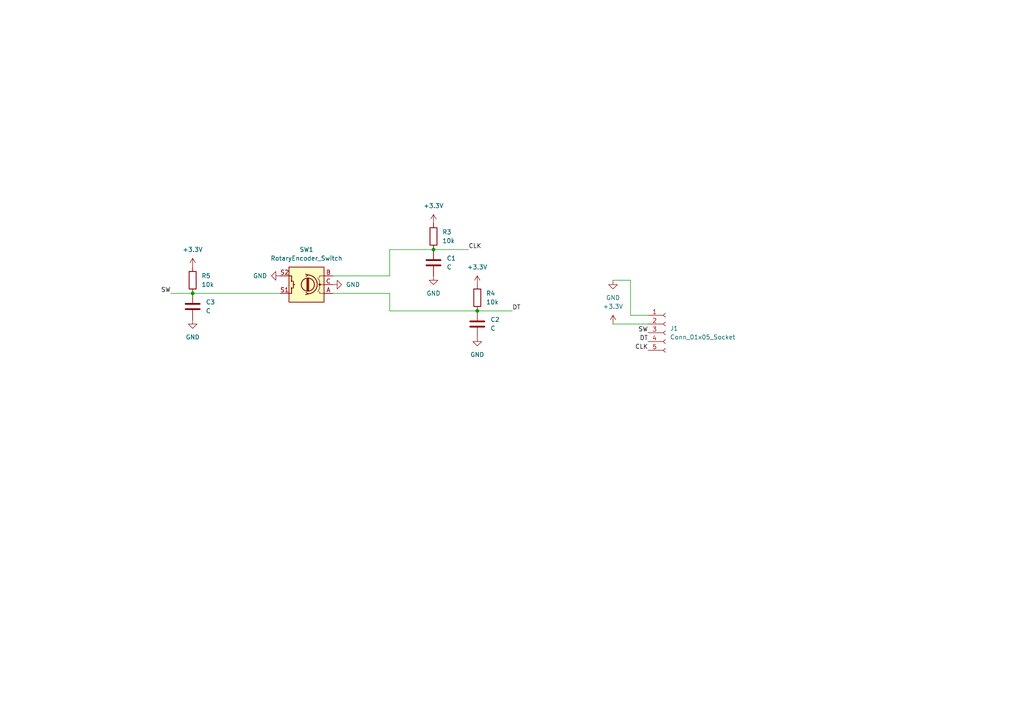
<source format=kicad_sch>
(kicad_sch (version 20230121) (generator eeschema)
  (paper "A4")
  (lib_symbols
    (symbol "Connector:Conn_01x05_Socket" (pin_names (offset 1.016) hide)
      (property "Reference" "J" (at 0 7.62 0))
      (property "Value" "Conn_01x05_Socket" (at 0 -7.62 0))
      (symbol "Conn_01x05_Socket_1_1"
        (arc (start 0 -4.572) (mid -0.5058 -5.08) (end 0 -5.588) (stroke (width 0.1524)))
        (arc (start 0 -2.032) (mid -0.5058 -2.54) (end 0 -3.048) (stroke (width 0.1524)))
        (polyline (pts (xy -1.27 -5.08) (xy -0.508 -5.08)) (stroke (width 0.1524)))
        (polyline (pts (xy -1.27 -2.54) (xy -0.508 -2.54)) (stroke (width 0.1524)))
        (polyline (pts (xy -1.27 0) (xy -0.508 0)) (stroke (width 0.1524)))
        (polyline (pts (xy -1.27 2.54) (xy -0.508 2.54)) (stroke (width 0.1524)))
        (polyline (pts (xy -1.27 5.08) (xy -0.508 5.08)) (stroke (width 0.1524)))
        (arc (start 0 0.508) (mid -0.5058 0) (end 0 -0.508) (stroke (width 0.1524)))
        (arc (start 0 3.048) (mid -0.5058 2.54) (end 0 2.032) (stroke (width 0.1524)))
        (arc (start 0 5.588) (mid -0.5058 5.08) (end 0 4.572) (stroke (width 0.1524)))
        (pin passive line (at -5.08 5.08 0) (length 3.81) (name "Pin_1") (number "1"))
        (pin passive line (at -5.08 2.54 0) (length 3.81) (name "Pin_2") (number "2"))
        (pin passive line (at -5.08 0 0) (length 3.81) (name "Pin_3") (number "3"))
        (pin passive line (at -5.08 -2.54 0) (length 3.81) (name "Pin_4") (number "4"))
        (pin passive line (at -5.08 -5.08 0) (length 3.81) (name "Pin_5") (number "5"))
      )
    )
    (symbol "Device:C" (pin_numbers hide) (pin_names (offset 0.254))
      (property "Reference" "C" (at 0.635 2.54 0))
      (property "Value" "C" (at 0.635 -2.54 0))
      (symbol "C_0_1"
        (polyline (pts (xy -2.032 -0.762) (xy 2.032 -0.762)) (stroke (width 0.508)))
        (polyline (pts (xy -2.032 0.762) (xy 2.032 0.762)) (stroke (width 0.508)))
      )
      (symbol "C_1_1"
        (pin passive line (at 0 3.81 270) (length 2.794) (name "~") (number "1"))
        (pin passive line (at 0 -3.81 90) (length 2.794) (name "~") (number "2"))
      )
    )
    (symbol "Device:R" (pin_numbers hide) (pin_names (offset 0))
      (property "Reference" "R" (at 2.032 0 90))
      (property "Value" "R" (at 0 0 90))
      (symbol "R_0_1"
        (rectangle (start -1.016 -2.54) (end 1.016 2.54) (stroke (width 0.254)))
      )
      (symbol "R_1_1"
        (pin passive line (at 0 3.81 270) (length 1.27) (name "~") (number "1"))
        (pin passive line (at 0 -3.81 90) (length 1.27) (name "~") (number "2"))
      )
    )
    (symbol "Device:RotaryEncoder_Switch" (pin_names (offset 0.254) hide)
      (property "Reference" "SW" (at 0 6.604 0))
      (property "Value" "RotaryEncoder_Switch" (at 0 -6.604 0))
      (symbol "RotaryEncoder_Switch_0_1"
        (rectangle (start -5.08 5.08) (end 5.08 -5.08) (stroke (width 0.254)) (fill (type background)))
        (circle (center -3.81 0) (radius 0.254) (fill (type outline)))
        (circle (center -0.381 0) (radius 1.905) (stroke (width 0.254)))
        (arc (start -0.381 2.667) (mid -3.0988 -0.0635) (end -0.381 -2.794) (stroke (width 0.254)))
        (polyline (pts (xy -0.635 -1.778) (xy -0.635 1.778)) (stroke (width 0.254)))
        (polyline (pts (xy -0.381 -1.778) (xy -0.381 1.778)) (stroke (width 0.254)))
        (polyline (pts (xy -0.127 1.778) (xy -0.127 -1.778)) (stroke (width 0.254)))
        (polyline (pts (xy 3.81 0) (xy 3.429 0)) (stroke (width 0.254)))
        (polyline (pts (xy 3.81 1.016) (xy 3.81 -1.016)) (stroke (width 0.254)))
        (polyline (pts (xy -5.08 -2.54) (xy -3.81 -2.54) (xy -3.81 -2.032)))
        (polyline (pts (xy -5.08 2.54) (xy -3.81 2.54) (xy -3.81 2.032)))
        (polyline (pts (xy 0.254 -3.048) (xy -0.508 -2.794) (xy 0.127 -2.413)) (stroke (width 0.254)))
        (polyline (pts (xy 0.254 2.921) (xy -0.508 2.667) (xy 0.127 2.286)) (stroke (width 0.254)))
        (polyline (pts (xy 5.08 -2.54) (xy 4.318 -2.54) (xy 4.318 -1.016)) (stroke (width 0.254)))
        (polyline (pts (xy 5.08 2.54) (xy 4.318 2.54) (xy 4.318 1.016)) (stroke (width 0.254)))
        (polyline (pts (xy -5.08 0) (xy -3.81 0) (xy -3.81 -1.016) (xy -3.302 -2.032)))
        (polyline (pts (xy -4.318 0) (xy -3.81 0) (xy -3.81 1.016) (xy -3.302 2.032)))
        (circle (center 4.318 -1.016) (radius 0.127) (stroke (width 0.254)))
        (circle (center 4.318 1.016) (radius 0.127) (stroke (width 0.254)))
      )
      (symbol "RotaryEncoder_Switch_1_1"
        (pin passive line (at -7.62 2.54 0) (length 2.54) (name "A") (number "A"))
        (pin passive line (at -7.62 -2.54 0) (length 2.54) (name "B") (number "B"))
        (pin passive line (at -7.62 0 0) (length 2.54) (name "C") (number "C"))
        (pin passive line (at 7.62 2.54 180) (length 2.54) (name "S1") (number "S1"))
        (pin passive line (at 7.62 -2.54 180) (length 2.54) (name "S2") (number "S2"))
      )
    )
    (symbol "power:+3.3V" (power) (pin_names (offset 0))
      (property "Value" "+3.3V" (at 0 3.556 0))
      (symbol "+3.3V_0_1"
        (polyline (pts (xy -0.762 1.27) (xy 0 2.54)))
        (polyline (pts (xy 0 0) (xy 0 2.54)))
        (polyline (pts (xy 0 2.54) (xy 0.762 1.27)))
      )
      (symbol "+3.3V_1_1"
        (pin power_in line (at 0 0 90) (length 0) hide (name "+3.3V") (number "1"))
      )
    )
    (symbol "power:GND" (power) (pin_names (offset 0))
      (property "Value" "GND" (at 0 -3.81 0))
      (symbol "GND_0_1"
        (polyline (pts (xy 0 0) (xy 0 -1.27) (xy 1.27 -1.27) (xy 0 -2.54) (xy -1.27 -1.27) (xy 0 -1.27)))
      )
      (symbol "GND_1_1"
        (pin power_in line (at 0 0 270) (length 0) hide (name "GND") (number "1"))
      )
    )
  )
  (junction (at 125.73 72.39))
  (junction (at 138.43 90.17))
  (junction (at 55.88 85.09))
  (wire (pts (xy 55.88 85.09) (xy 81.28 85.09)))
  (wire (pts (xy 177.8 81.28) (xy 182.88 81.28)))
  (wire (pts (xy 113.03 85.09) (xy 113.03 90.17)))
  (wire (pts (xy 177.8 93.98) (xy 187.96 93.98)))
  (wire (pts (xy 135.89 72.39) (xy 125.73 72.39)))
  (wire (pts (xy 113.03 80.01) (xy 113.03 72.39)))
  (wire (pts (xy 96.52 80.01) (xy 113.03 80.01)))
  (wire (pts (xy 113.03 90.17) (xy 138.43 90.17)))
  (wire (pts (xy 182.88 91.44) (xy 187.96 91.44)))
  (wire (pts (xy 96.52 85.09) (xy 113.03 85.09)))
  (wire (pts (xy 182.88 81.28) (xy 182.88 91.44)))
  (wire (pts (xy 148.59 90.17) (xy 138.43 90.17)))
  (wire (pts (xy 49.53 85.09) (xy 55.88 85.09)))
  (wire (pts (xy 113.03 72.39) (xy 125.73 72.39)))
  (label "DT" (at 187.96 99.06 180))
  (label "CLK" (at 187.96 101.6 180))
  (label "SW" (at 49.53 85.09 180))
  (label "SW" (at 187.96 96.52 180))
  (label "CLK" (at 135.89 72.39 0))
  (label "DT" (at 148.59 90.17 0))
  (symbol (lib_id "power:+3.3V") (at 125.73 64.77 0) (unit 1)
    (property "Reference" "#PWR03" (effects hide))
    (property "Value" "+3.3V" (at 125.73 59.69 0))
  )
  (symbol (lib_id "power:GND") (at 96.52 82.55 90) (unit 1)
    (property "Reference" "#PWR04" (effects hide))
    (property "Value" "GND" (at 100.33 82.55 90) (effects (justify right)))
  )
  (symbol (lib_id "Connector:Conn_01x05_Socket") (at 193.04 96.52 0) (unit 1)
    (property "Reference" "J1" (at 194.31 95.25 0) (effects (justify left)))
    (property "Value" "Conn_01x05_Socket" (at 194.31 97.79 0) (effects (justify left)))
    (property "Footprint" "Connector_JST:JST_XH_S5B-XH-A_1x05_P2.50mm_Horizontal" (effects hide))
  )
  (symbol (lib_id "Device:RotaryEncoder_Switch") (at 88.9 82.55 180) (unit 1)
    (property "Reference" "SW1" (at 88.9 72.39 0))
    (property "Value" "RotaryEncoder_Switch" (at 88.9 74.93 0))
    (property "Footprint" "Rotary_Encoder:RotaryEncoder_Alps_EC11E-Switch_Vertical_H20mm" (effects hide))
  )
  (symbol (lib_id "Device:C") (at 138.43 93.98 0) (unit 1)
    (property "Reference" "C2" (at 142.24 92.71 0) (effects (justify left)))
    (property "Value" "C" (at 142.24 95.25 0) (effects (justify left)))
    (property "Footprint" "Capacitor_SMD:C_0805_2012Metric_Pad1.18x1.45mm_HandSolder" (effects hide))
  )
  (symbol (lib_id "power:GND") (at 125.73 80.01 0) (unit 1)
    (property "Reference" "#PWR05" (effects hide))
    (property "Value" "GND" (at 125.73 85.09 0))
  )
  (symbol (lib_id "Device:C") (at 55.88 88.9 0) (unit 1)
    (property "Reference" "C3" (at 59.69 87.63 0) (effects (justify left)))
    (property "Value" "C" (at 59.69 90.17 0) (effects (justify left)))
    (property "Footprint" "Capacitor_SMD:C_0805_2012Metric_Pad1.18x1.45mm_HandSolder" (effects hide))
  )
  (symbol (lib_id "power:GND") (at 177.8 81.28 0) (unit 1)
    (property "Reference" "#PWR02" (effects hide))
    (property "Value" "GND" (at 177.8 86.36 0))
  )
  (symbol (lib_id "power:+3.3V") (at 138.43 82.55 0) (unit 1)
    (property "Reference" "#PWR06" (effects hide))
    (property "Value" "+3.3V" (at 138.43 77.47 0))
  )
  (symbol (lib_id "Device:C") (at 125.73 76.2 0) (unit 1)
    (property "Reference" "C1" (at 129.54 74.93 0) (effects (justify left)))
    (property "Value" "C" (at 129.54 77.47 0) (effects (justify left)))
    (property "Footprint" "Capacitor_SMD:C_0805_2012Metric_Pad1.18x1.45mm_HandSolder" (effects hide))
  )
  (symbol (lib_id "Device:R") (at 138.43 86.36 180) (unit 1)
    (property "Reference" "R4" (at 140.97 85.09 0) (effects (justify right)))
    (property "Value" "10k" (at 140.97 87.63 0) (effects (justify right)))
    (property "Footprint" "Resistor_SMD:R_0805_2012Metric_Pad1.20x1.40mm_HandSolder" (effects hide))
  )
  (symbol (lib_id "power:GND") (at 81.28 80.01 270) (unit 1)
    (property "Reference" "#PWR010" (effects hide))
    (property "Value" "GND" (at 77.47 80.01 90) (effects (justify right)))
  )
  (symbol (lib_id "power:+3.3V") (at 177.8 93.98 0) (unit 1)
    (property "Reference" "#PWR01" (effects hide))
    (property "Value" "+3.3V" (at 177.8 88.9 0))
  )
  (symbol (lib_id "Device:R") (at 125.73 68.58 180) (unit 1)
    (property "Reference" "R3" (at 128.27 67.31 0) (effects (justify right)))
    (property "Value" "10k" (at 128.27 69.85 0) (effects (justify right)))
    (property "Footprint" "Resistor_SMD:R_0805_2012Metric_Pad1.20x1.40mm_HandSolder" (effects hide))
  )
  (symbol (lib_id "power:GND") (at 55.88 92.71 0) (unit 1)
    (property "Reference" "#PWR09" (effects hide))
    (property "Value" "GND" (at 55.88 97.79 0))
  )
  (symbol (lib_id "Device:R") (at 55.88 81.28 180) (unit 1)
    (property "Reference" "R5" (at 58.42 80.01 0) (effects (justify right)))
    (property "Value" "10k" (at 58.42 82.55 0) (effects (justify right)))
    (property "Footprint" "Resistor_SMD:R_0805_2012Metric_Pad1.20x1.40mm_HandSolder" (effects hide))
  )
  (symbol (lib_id "power:GND") (at 138.43 97.79 0) (unit 1)
    (property "Reference" "#PWR07" (effects hide))
    (property "Value" "GND" (at 138.43 102.87 0))
  )
  (symbol (lib_id "power:+3.3V") (at 55.88 77.47 0) (unit 1)
    (property "Reference" "#PWR08" (effects hide))
    (property "Value" "+3.3V" (at 55.88 72.39 0))
  )
)
</source>
